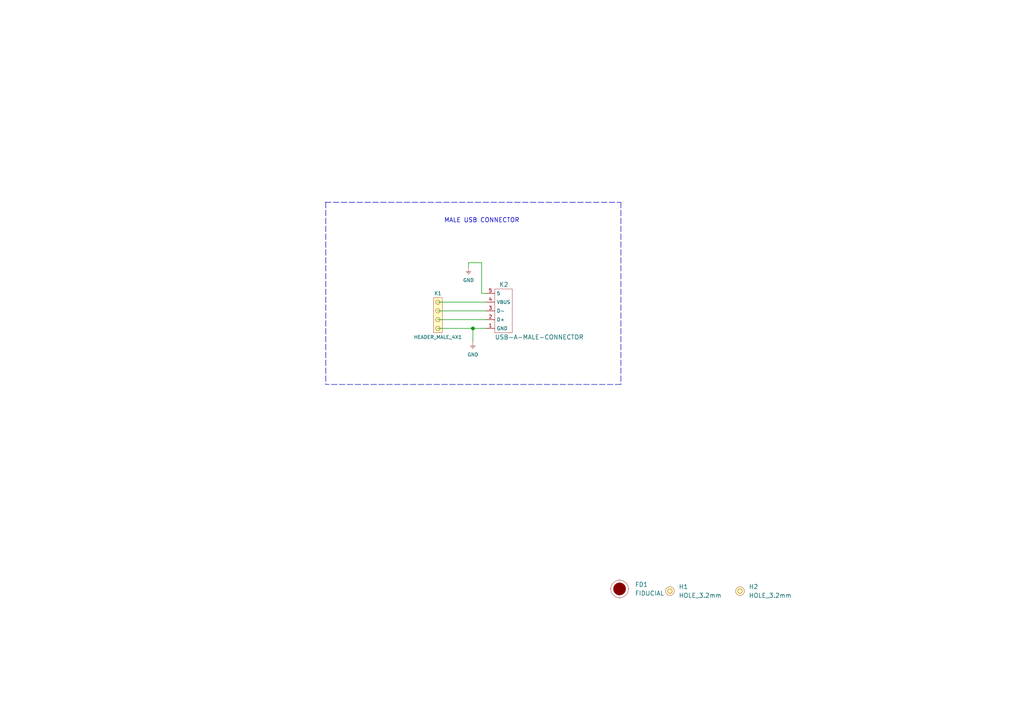
<source format=kicad_sch>
(kicad_sch (version 20211123) (generator eeschema)

  (uuid 28a10d6b-a168-4999-8018-ab65717ee0aa)

  (paper "A4")

  (title_block
    (title "USB Type A male breakout")
    (date "2021-04-22")
    (rev "v1.0.0.")
    (company "SOLDERED")
    (comment 1 "333133")
  )

  (lib_symbols
    (symbol "e-radionica.com schematics:FIDUCIAL" (in_bom no) (on_board yes)
      (property "Reference" "FD" (id 0) (at 0 3.81 0)
        (effects (font (size 1.27 1.27)))
      )
      (property "Value" "FIDUCIAL" (id 1) (at 0 -3.81 0)
        (effects (font (size 1.27 1.27)))
      )
      (property "Footprint" "e-radionica.com footprinti:FIDUCIAL_23" (id 2) (at 0.254 -5.334 0)
        (effects (font (size 1.27 1.27)) hide)
      )
      (property "Datasheet" "" (id 3) (at 0 0 0)
        (effects (font (size 1.27 1.27)) hide)
      )
      (symbol "FIDUCIAL_0_1"
        (polyline
          (pts
            (xy -2.54 0)
            (xy -2.794 0)
          )
          (stroke (width 0.0006) (type default) (color 0 0 0 0))
          (fill (type none))
        )
        (polyline
          (pts
            (xy 0 -2.54)
            (xy 0 -2.794)
          )
          (stroke (width 0.0006) (type default) (color 0 0 0 0))
          (fill (type none))
        )
        (polyline
          (pts
            (xy 0 2.54)
            (xy 0 2.794)
          )
          (stroke (width 0.0006) (type default) (color 0 0 0 0))
          (fill (type none))
        )
        (polyline
          (pts
            (xy 2.54 0)
            (xy 2.794 0)
          )
          (stroke (width 0.0006) (type default) (color 0 0 0 0))
          (fill (type none))
        )
        (circle (center 0 0) (radius 1.7961)
          (stroke (width 0.001) (type default) (color 0 0 0 0))
          (fill (type outline))
        )
        (circle (center 0 0) (radius 2.54)
          (stroke (width 0.0006) (type default) (color 0 0 0 0))
          (fill (type none))
        )
      )
    )
    (symbol "e-radionica.com schematics:GND" (power) (pin_names (offset 0)) (in_bom yes) (on_board yes)
      (property "Reference" "#PWR" (id 0) (at 4.445 0 0)
        (effects (font (size 1 1)) hide)
      )
      (property "Value" "GND" (id 1) (at 0 -2.921 0)
        (effects (font (size 1 1)))
      )
      (property "Footprint" "" (id 2) (at 4.445 3.81 0)
        (effects (font (size 1 1)) hide)
      )
      (property "Datasheet" "" (id 3) (at 4.445 3.81 0)
        (effects (font (size 1 1)) hide)
      )
      (property "ki_keywords" "power-flag" (id 4) (at 0 0 0)
        (effects (font (size 1.27 1.27)) hide)
      )
      (property "ki_description" "Power symbol creates a global label with name \"+3V3\"" (id 5) (at 0 0 0)
        (effects (font (size 1.27 1.27)) hide)
      )
      (symbol "GND_0_1"
        (polyline
          (pts
            (xy -0.762 -1.27)
            (xy 0.762 -1.27)
          )
          (stroke (width 0.0006) (type default) (color 0 0 0 0))
          (fill (type none))
        )
        (polyline
          (pts
            (xy -0.635 -1.524)
            (xy 0.635 -1.524)
          )
          (stroke (width 0.0006) (type default) (color 0 0 0 0))
          (fill (type none))
        )
        (polyline
          (pts
            (xy -0.381 -1.778)
            (xy 0.381 -1.778)
          )
          (stroke (width 0.0006) (type default) (color 0 0 0 0))
          (fill (type none))
        )
        (polyline
          (pts
            (xy -0.127 -2.032)
            (xy 0.127 -2.032)
          )
          (stroke (width 0.0006) (type default) (color 0 0 0 0))
          (fill (type none))
        )
        (polyline
          (pts
            (xy 0 0)
            (xy 0 -1.27)
          )
          (stroke (width 0.0006) (type default) (color 0 0 0 0))
          (fill (type none))
        )
      )
      (symbol "GND_1_1"
        (pin power_in line (at 0 0 270) (length 0) hide
          (name "GND" (effects (font (size 1.27 1.27))))
          (number "1" (effects (font (size 1.27 1.27))))
        )
      )
    )
    (symbol "e-radionica.com schematics:HEADER_MALE_4X1" (pin_numbers hide) (pin_names hide) (in_bom yes) (on_board yes)
      (property "Reference" "K" (id 0) (at -0.635 7.62 0)
        (effects (font (size 1 1)))
      )
      (property "Value" "HEADER_MALE_4X1" (id 1) (at 0 -5.08 0)
        (effects (font (size 1 1)))
      )
      (property "Footprint" "e-radionica.com footprinti:HEADER_MALE_4X1" (id 2) (at 0 -2.54 0)
        (effects (font (size 1 1)) hide)
      )
      (property "Datasheet" "" (id 3) (at 0 -2.54 0)
        (effects (font (size 1 1)) hide)
      )
      (symbol "HEADER_MALE_4X1_0_1"
        (circle (center 0 -2.54) (radius 0.635)
          (stroke (width 0.0006) (type default) (color 0 0 0 0))
          (fill (type none))
        )
        (circle (center 0 0) (radius 0.635)
          (stroke (width 0.0006) (type default) (color 0 0 0 0))
          (fill (type none))
        )
        (circle (center 0 2.54) (radius 0.635)
          (stroke (width 0.0006) (type default) (color 0 0 0 0))
          (fill (type none))
        )
        (circle (center 0 5.08) (radius 0.635)
          (stroke (width 0.0006) (type default) (color 0 0 0 0))
          (fill (type none))
        )
        (rectangle (start 1.27 -3.81) (end -1.27 6.35)
          (stroke (width 0.001) (type default) (color 0 0 0 0))
          (fill (type background))
        )
      )
      (symbol "HEADER_MALE_4X1_1_1"
        (pin passive line (at 0 -2.54 180) (length 0)
          (name "~" (effects (font (size 1 1))))
          (number "1" (effects (font (size 1 1))))
        )
        (pin passive line (at 0 0 180) (length 0)
          (name "~" (effects (font (size 1 1))))
          (number "2" (effects (font (size 1 1))))
        )
        (pin passive line (at 0 2.54 180) (length 0)
          (name "~" (effects (font (size 1 1))))
          (number "3" (effects (font (size 1 1))))
        )
        (pin passive line (at 0 5.08 180) (length 0)
          (name "~" (effects (font (size 1 1))))
          (number "4" (effects (font (size 1 1))))
        )
      )
    )
    (symbol "e-radionica.com schematics:HOLE_3.2mm" (pin_numbers hide) (pin_names hide) (in_bom yes) (on_board yes)
      (property "Reference" "H" (id 0) (at 0 2.54 0)
        (effects (font (size 1.27 1.27)))
      )
      (property "Value" "HOLE_3.2mm" (id 1) (at 0 -2.54 0)
        (effects (font (size 1.27 1.27)))
      )
      (property "Footprint" "e-radionica.com footprinti:HOLE_3.2mm" (id 2) (at 0 0 0)
        (effects (font (size 1.27 1.27)) hide)
      )
      (property "Datasheet" "" (id 3) (at 0 0 0)
        (effects (font (size 1.27 1.27)) hide)
      )
      (symbol "HOLE_3.2mm_0_1"
        (circle (center 0 0) (radius 0.635)
          (stroke (width 0.0006) (type default) (color 0 0 0 0))
          (fill (type none))
        )
        (circle (center 0 0) (radius 1.27)
          (stroke (width 0.001) (type default) (color 0 0 0 0))
          (fill (type background))
        )
      )
    )
    (symbol "e-radionica.com schematics:USB-A-MALE-CONNECTOR" (in_bom yes) (on_board yes)
      (property "Reference" "K" (id 0) (at 0 9.779 0)
        (effects (font (size 1.27 1.27)))
      )
      (property "Value" "USB-A-MALE-CONNECTOR" (id 1) (at 0 -8.89 0)
        (effects (font (size 1.27 1.27)))
      )
      (property "Footprint" "e-radionica.com footprinti:USB_A_MALE_CONNECTOR" (id 2) (at 0 -13.97 0)
        (effects (font (size 1.27 1.27)) hide)
      )
      (property "Datasheet" "" (id 3) (at 0 1.27 0)
        (effects (font (size 1.27 1.27)) hide)
      )
      (symbol "USB-A-MALE-CONNECTOR_0_1"
        (rectangle (start -5.08 6.35) (end 0 -6.35)
          (stroke (width 0.0006) (type default) (color 0 0 0 0))
          (fill (type none))
        )
      )
      (symbol "USB-A-MALE-CONNECTOR_1_1"
        (pin passive line (at 2.54 5.08 180) (length 2.54)
          (name "GND" (effects (font (size 1 1))))
          (number "1" (effects (font (size 1 1))))
        )
        (pin passive line (at 2.54 2.54 180) (length 2.54)
          (name "D+" (effects (font (size 1 1))))
          (number "2" (effects (font (size 1 1))))
        )
        (pin passive line (at 2.54 0 180) (length 2.54)
          (name "D-" (effects (font (size 1 1))))
          (number "3" (effects (font (size 1 1))))
        )
        (pin passive line (at 2.54 -2.54 180) (length 2.54)
          (name "VBUS" (effects (font (size 1 1))))
          (number "4" (effects (font (size 1 1))))
        )
        (pin passive line (at 2.54 -5.08 180) (length 2.54)
          (name "5" (effects (font (size 1 1))))
          (number "5" (effects (font (size 1 1))))
        )
      )
    )
  )

  (junction (at 137.16 95.25) (diameter 0.9144) (color 0 0 0 0)
    (uuid efeac2a2-7682-4dc7-83ee-f6f1b23da506)
  )

  (wire (pts (xy 135.89 76.2) (xy 135.89 77.47))
    (stroke (width 0) (type solid) (color 0 0 0 0))
    (uuid 06d0339b-8895-439e-9db5-a3eca5f2df0d)
  )
  (wire (pts (xy 139.7 76.2) (xy 135.89 76.2))
    (stroke (width 0) (type solid) (color 0 0 0 0))
    (uuid 06d0339b-8895-439e-9db5-a3eca5f2df0e)
  )
  (wire (pts (xy 139.7 85.09) (xy 139.7 76.2))
    (stroke (width 0) (type solid) (color 0 0 0 0))
    (uuid 06d0339b-8895-439e-9db5-a3eca5f2df0f)
  )
  (wire (pts (xy 140.97 85.09) (xy 139.7 85.09))
    (stroke (width 0) (type solid) (color 0 0 0 0))
    (uuid 06d0339b-8895-439e-9db5-a3eca5f2df10)
  )
  (wire (pts (xy 127 90.17) (xy 140.97 90.17))
    (stroke (width 0) (type solid) (color 0 0 0 0))
    (uuid 659fc6df-50d4-4717-9f0c-a1e0163d0932)
  )
  (polyline (pts (xy 94.361 58.674) (xy 180.086 58.674))
    (stroke (width 0) (type dash) (color 0 0 0 0))
    (uuid 76938d78-2ca7-4eff-8f97-02d9155a7eb4)
  )
  (polyline (pts (xy 94.488 58.674) (xy 94.488 111.506))
    (stroke (width 0) (type dash) (color 0 0 0 0))
    (uuid 76938d78-2ca7-4eff-8f97-02d9155a7eb5)
  )
  (polyline (pts (xy 180.086 58.674) (xy 180.086 111.506))
    (stroke (width 0) (type dash) (color 0 0 0 0))
    (uuid 76938d78-2ca7-4eff-8f97-02d9155a7eb6)
  )
  (polyline (pts (xy 180.086 111.506) (xy 94.488 111.506))
    (stroke (width 0) (type dash) (color 0 0 0 0))
    (uuid 76938d78-2ca7-4eff-8f97-02d9155a7eb7)
  )

  (wire (pts (xy 127 95.25) (xy 137.16 95.25))
    (stroke (width 0) (type solid) (color 0 0 0 0))
    (uuid 7db9919e-fbe7-4a81-a3cf-4a6771e1df4e)
  )
  (wire (pts (xy 127 92.71) (xy 140.97 92.71))
    (stroke (width 0) (type solid) (color 0 0 0 0))
    (uuid 7f5288f1-3200-4857-b008-abb10fae023b)
  )
  (wire (pts (xy 127 87.63) (xy 140.97 87.63))
    (stroke (width 0) (type solid) (color 0 0 0 0))
    (uuid b7d45c04-43a1-4af7-bcc7-748db40a0153)
  )
  (wire (pts (xy 137.16 95.25) (xy 137.16 99.06))
    (stroke (width 0) (type solid) (color 0 0 0 0))
    (uuid ff628feb-0643-421e-a034-129723f883ff)
  )
  (wire (pts (xy 140.97 95.25) (xy 137.16 95.25))
    (stroke (width 0) (type solid) (color 0 0 0 0))
    (uuid ff628feb-0643-421e-a034-129723f88400)
  )

  (text "MALE USB CONNECTOR\n" (at 128.778 64.77 0)
    (effects (font (size 1.27 1.27)) (justify left bottom))
    (uuid 4f355b37-7a4f-41cc-847e-3d8090b44874)
  )

  (symbol (lib_id "e-radionica.com schematics:HOLE_3.2mm") (at 194.31 171.45 0) (unit 1)
    (in_bom yes) (on_board yes)
    (uuid 5c85eae6-8bba-4cd9-a985-7c79f839d7e8)
    (property "Reference" "H1" (id 0) (at 196.85 170.18 0)
      (effects (font (size 1.27 1.27)) (justify left))
    )
    (property "Value" "HOLE_3.2mm" (id 1) (at 196.85 172.72 0)
      (effects (font (size 1.27 1.27)) (justify left))
    )
    (property "Footprint" "e-radionica.com footprinti:HOLE_3.2mm" (id 2) (at 194.31 171.45 0)
      (effects (font (size 1.27 1.27)) hide)
    )
    (property "Datasheet" "" (id 3) (at 194.31 171.45 0)
      (effects (font (size 1.27 1.27)) hide)
    )
  )

  (symbol (lib_id "e-radionica.com schematics:HOLE_3.2mm") (at 214.63 171.45 0) (unit 1)
    (in_bom yes) (on_board yes)
    (uuid 744da8cf-e120-42d4-846c-01e38852b5a2)
    (property "Reference" "H2" (id 0) (at 217.17 170.18 0)
      (effects (font (size 1.27 1.27)) (justify left))
    )
    (property "Value" "HOLE_3.2mm" (id 1) (at 217.17 172.72 0)
      (effects (font (size 1.27 1.27)) (justify left))
    )
    (property "Footprint" "e-radionica.com footprinti:HOLE_3.2mm" (id 2) (at 214.63 171.45 0)
      (effects (font (size 1.27 1.27)) hide)
    )
    (property "Datasheet" "" (id 3) (at 214.63 171.45 0)
      (effects (font (size 1.27 1.27)) hide)
    )
  )

  (symbol (lib_id "e-radionica.com schematics:HEADER_MALE_4X1") (at 127 92.71 0) (unit 1)
    (in_bom yes) (on_board yes)
    (uuid 97f2b79e-c363-4320-b85a-3f279feba641)
    (property "Reference" "K1" (id 0) (at 127 85.09 0)
      (effects (font (size 1 1)))
    )
    (property "Value" "HEADER_MALE_4X1" (id 1) (at 127 97.79 0)
      (effects (font (size 1 1)))
    )
    (property "Footprint" "e-radionica.com footprinti:HEADER_MALE_4X1" (id 2) (at 127 95.25 0)
      (effects (font (size 1 1)) hide)
    )
    (property "Datasheet" "" (id 3) (at 127 95.25 0)
      (effects (font (size 1 1)) hide)
    )
    (pin "1" (uuid 89ac74f4-94e3-440e-8217-9ea99f5eb4dd))
    (pin "2" (uuid 6bd37d3a-4e52-4d84-96b4-a8bdabe88612))
    (pin "3" (uuid e6191650-a661-4f28-a145-8cc8bb3e76ce))
    (pin "4" (uuid a30e4776-3cfa-474b-8b61-2ac017589dec))
  )

  (symbol (lib_id "e-radionica.com schematics:USB-A-MALE-CONNECTOR") (at 143.51 90.17 180) (unit 1)
    (in_bom yes) (on_board yes)
    (uuid b8bd86be-aff9-480f-97ca-d4469028ba80)
    (property "Reference" "K2" (id 0) (at 144.78 82.55 0)
      (effects (font (size 1.27 1.27)) (justify right))
    )
    (property "Value" "USB-A-MALE-CONNECTOR" (id 1) (at 143.51 97.79 0)
      (effects (font (size 1.27 1.27)) (justify right))
    )
    (property "Footprint" "e-radionica.com footprinti:USB_A_MALE_CONNECTOR" (id 2) (at 143.51 90.17 0)
      (effects (font (size 1.27 1.27)) hide)
    )
    (property "Datasheet" "" (id 3) (at 143.51 91.44 0)
      (effects (font (size 1.27 1.27)) hide)
    )
    (pin "1" (uuid 7a743a10-f02e-4923-bfc2-9ce4aab6c631))
    (pin "2" (uuid 71e6383e-a807-45ba-bef2-82644489acd7))
    (pin "3" (uuid 6262bf55-2c42-42fd-a1ec-dda535f898d2))
    (pin "4" (uuid b9409b55-a263-47cb-8074-1b108584e411))
    (pin "5" (uuid 803d09f8-82c4-47a1-8db6-40930707ede2))
  )

  (symbol (lib_id "e-radionica.com schematics:GND") (at 135.89 77.47 0) (unit 1)
    (in_bom yes) (on_board yes)
    (uuid be579cd3-efe7-4135-b68d-19876baf6e51)
    (property "Reference" "#PWR0101" (id 0) (at 140.335 77.47 0)
      (effects (font (size 1 1)) hide)
    )
    (property "Value" "GND" (id 1) (at 135.89 81.28 0)
      (effects (font (size 1 1)))
    )
    (property "Footprint" "" (id 2) (at 140.335 73.66 0)
      (effects (font (size 1 1)) hide)
    )
    (property "Datasheet" "" (id 3) (at 140.335 73.66 0)
      (effects (font (size 1 1)) hide)
    )
    (pin "1" (uuid 8dceadf6-39bc-49a9-8fd8-e3e60e6c62a9))
  )

  (symbol (lib_id "e-radionica.com schematics:FIDUCIAL") (at 179.705 170.815 0) (unit 1)
    (in_bom no) (on_board yes) (fields_autoplaced)
    (uuid d73fdf51-d993-4485-a21d-ec873534073b)
    (property "Reference" "FD1" (id 0) (at 184.15 169.5449 0)
      (effects (font (size 1.27 1.27)) (justify left))
    )
    (property "Value" "FIDUCIAL" (id 1) (at 184.15 172.0849 0)
      (effects (font (size 1.27 1.27)) (justify left))
    )
    (property "Footprint" "e-radionica.com footprinti:FIDUCIAL_23" (id 2) (at 179.959 176.149 0)
      (effects (font (size 1.27 1.27)) hide)
    )
    (property "Datasheet" "" (id 3) (at 179.705 170.815 0)
      (effects (font (size 1.27 1.27)) hide)
    )
  )

  (symbol (lib_id "e-radionica.com schematics:GND") (at 137.16 99.06 0) (unit 1)
    (in_bom yes) (on_board yes)
    (uuid d836d513-6b2b-457f-be70-f5d192dc9ec5)
    (property "Reference" "#PWR0102" (id 0) (at 141.605 99.06 0)
      (effects (font (size 1 1)) hide)
    )
    (property "Value" "GND" (id 1) (at 137.16 102.87 0)
      (effects (font (size 1 1)))
    )
    (property "Footprint" "" (id 2) (at 141.605 95.25 0)
      (effects (font (size 1 1)) hide)
    )
    (property "Datasheet" "" (id 3) (at 141.605 95.25 0)
      (effects (font (size 1 1)) hide)
    )
    (pin "1" (uuid 8dceadf6-39bc-49a9-8fd8-e3e60e6c62aa))
  )

  (sheet_instances
    (path "/" (page "1"))
  )

  (symbol_instances
    (path "/be579cd3-efe7-4135-b68d-19876baf6e51"
      (reference "#PWR0101") (unit 1) (value "GND") (footprint "")
    )
    (path "/d836d513-6b2b-457f-be70-f5d192dc9ec5"
      (reference "#PWR0102") (unit 1) (value "GND") (footprint "")
    )
    (path "/d73fdf51-d993-4485-a21d-ec873534073b"
      (reference "FD1") (unit 1) (value "FIDUCIAL") (footprint "e-radionica.com footprinti:FIDUCIAL_23")
    )
    (path "/5c85eae6-8bba-4cd9-a985-7c79f839d7e8"
      (reference "H1") (unit 1) (value "HOLE_3.2mm") (footprint "e-radionica.com footprinti:HOLE_3.2mm")
    )
    (path "/744da8cf-e120-42d4-846c-01e38852b5a2"
      (reference "H2") (unit 1) (value "HOLE_3.2mm") (footprint "e-radionica.com footprinti:HOLE_3.2mm")
    )
    (path "/97f2b79e-c363-4320-b85a-3f279feba641"
      (reference "K1") (unit 1) (value "HEADER_MALE_4X1") (footprint "e-radionica.com footprinti:HEADER_MALE_4X1")
    )
    (path "/b8bd86be-aff9-480f-97ca-d4469028ba80"
      (reference "K2") (unit 1) (value "USB-A-MALE-CONNECTOR") (footprint "e-radionica.com footprinti:USB_A_MALE_CONNECTOR")
    )
  )
)

</source>
